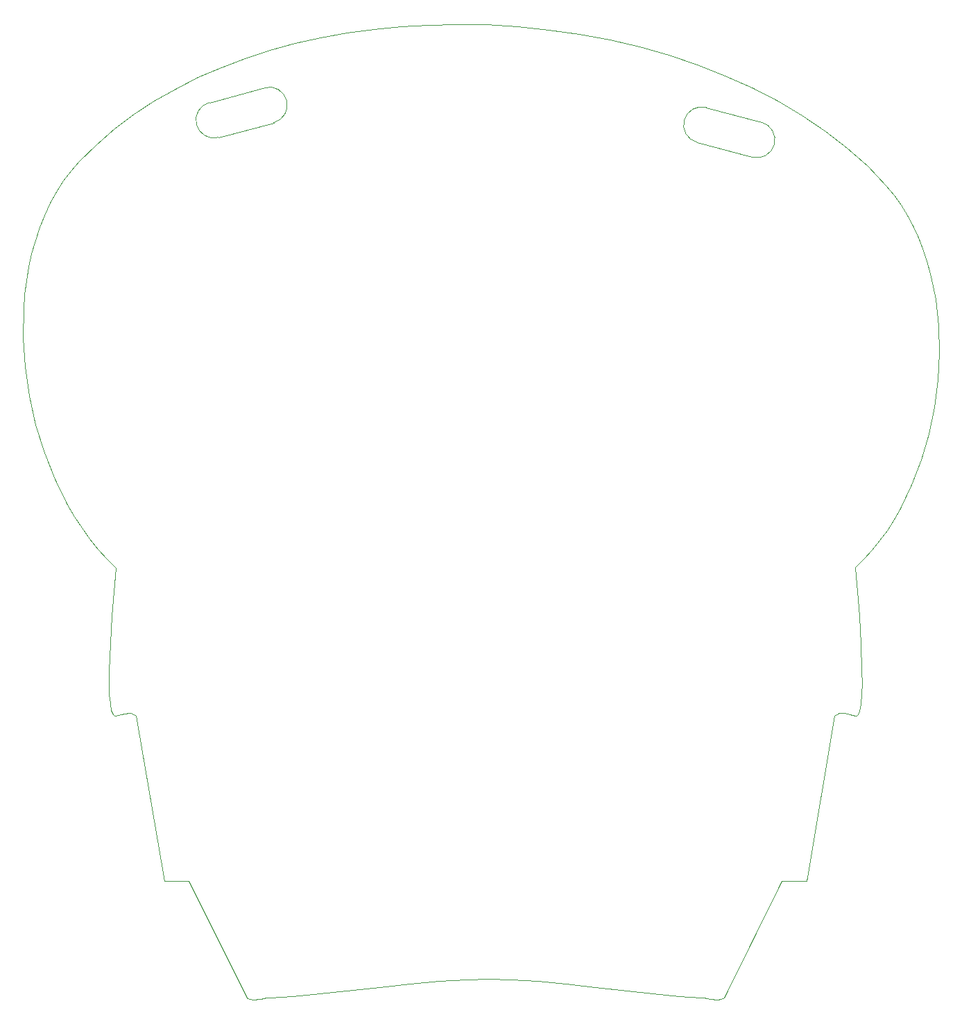
<source format=gbr>
%TF.GenerationSoftware,KiCad,Pcbnew,8.0.8*%
%TF.CreationDate,2025-02-28T01:54:00-06:00*%
%TF.ProjectId,B-Sides 2025,422d5369-6465-4732-9032-3032352e6b69,rev?*%
%TF.SameCoordinates,Original*%
%TF.FileFunction,Profile,NP*%
%FSLAX46Y46*%
G04 Gerber Fmt 4.6, Leading zero omitted, Abs format (unit mm)*
G04 Created by KiCad (PCBNEW 8.0.8) date 2025-02-28 01:54:00*
%MOMM*%
%LPD*%
G01*
G04 APERTURE LIST*
%TA.AperFunction,Profile*%
%ADD10C,0.020000*%
%TD*%
%TA.AperFunction,Profile*%
%ADD11C,0.050000*%
%TD*%
G04 APERTURE END LIST*
D10*
X108935761Y-36164466D02*
X112730310Y-36389613D01*
X116507927Y-36773764D01*
X120254622Y-37315981D01*
X123956403Y-38015322D01*
X127599280Y-38870851D01*
X131169261Y-39881625D01*
X134652356Y-41046707D01*
X138034572Y-42365156D01*
X141301919Y-43836034D01*
X144440407Y-45458401D01*
X147436043Y-47231317D01*
X150274836Y-49153843D01*
X152942796Y-51225039D01*
X155425932Y-53443966D01*
X157710252Y-55809685D01*
X158644905Y-56934550D01*
X159503670Y-58129430D01*
X160287346Y-59389455D01*
X160996730Y-60709754D01*
X161632621Y-62085455D01*
X162195816Y-63511687D01*
X162687114Y-64983579D01*
X163107313Y-66496260D01*
X163457210Y-68044859D01*
X163737605Y-69624504D01*
X164093078Y-72857449D01*
X164180116Y-76156126D01*
X164005104Y-79481566D01*
X163574426Y-82794798D01*
X162894468Y-86056855D01*
X161971614Y-89228766D01*
X160812249Y-92271562D01*
X160145870Y-93732364D01*
X159422757Y-95146274D01*
X158643709Y-96508420D01*
X157809524Y-97813931D01*
X156920999Y-99057937D01*
X155978934Y-100235566D01*
X154984125Y-101341947D01*
X153937371Y-102372208D01*
X153933236Y-102452820D01*
X154194116Y-105341021D01*
X154421854Y-108290265D01*
X154627024Y-111655374D01*
X154744050Y-114995677D01*
X154749017Y-116518816D01*
X154707357Y-117870502D01*
X154610874Y-118995650D01*
X154451371Y-119839177D01*
X154345425Y-120138118D01*
X154220650Y-120345998D01*
X154076022Y-120455930D01*
X153910516Y-120461030D01*
X153580609Y-120369030D01*
X153293302Y-120291212D01*
X153044491Y-120227163D01*
X152830072Y-120176475D01*
X152734478Y-120156013D01*
X152645943Y-120138737D01*
X152563955Y-120124596D01*
X152488000Y-120113539D01*
X152417566Y-120105514D01*
X152352140Y-120100470D01*
X152291208Y-120098357D01*
X152234259Y-120099122D01*
X152180778Y-120102714D01*
X152130254Y-120109083D01*
X152082172Y-120118176D01*
X152036021Y-120129943D01*
X151991288Y-120144332D01*
X151947458Y-120161293D01*
X151904021Y-120180773D01*
X151860461Y-120202722D01*
X151816268Y-120227088D01*
X151770927Y-120253820D01*
X151674753Y-120314178D01*
X151446069Y-120461030D01*
X148004929Y-140617936D01*
X144968423Y-140617936D01*
X137925446Y-154836701D01*
X137850332Y-154880132D01*
X137773643Y-154918361D01*
X137695458Y-154951626D01*
X137615853Y-154980169D01*
X137534908Y-155004230D01*
X137452699Y-155024048D01*
X137284804Y-155051917D01*
X137112792Y-155065697D01*
X136937285Y-155067309D01*
X136758908Y-155058673D01*
X136578283Y-155041710D01*
X136396034Y-155018341D01*
X136212784Y-154990485D01*
X135845774Y-154928999D01*
X135482240Y-154872616D01*
X135303334Y-154851140D01*
X135127168Y-154836701D01*
X132407117Y-154627806D01*
X129248392Y-154316473D01*
X122199115Y-153546039D01*
X118600658Y-153166710D01*
X115147720Y-152844486D01*
X111986349Y-152619254D01*
X109262593Y-152530900D01*
X106421265Y-152608884D01*
X103141934Y-152829252D01*
X99570770Y-153150846D01*
X95853943Y-153532509D01*
X88567973Y-154311412D01*
X85291169Y-154626337D01*
X82453378Y-154836701D01*
X82277187Y-154850727D01*
X82098263Y-154871897D01*
X81734708Y-154927943D01*
X81367695Y-154989386D01*
X81184447Y-155017302D01*
X81002203Y-155040772D01*
X80821586Y-155057865D01*
X80643217Y-155066649D01*
X80467719Y-155065193D01*
X80295716Y-155051565D01*
X80211219Y-155039583D01*
X80127830Y-155023834D01*
X80045625Y-155004075D01*
X79964683Y-154980067D01*
X79885081Y-154951566D01*
X79806898Y-154918333D01*
X79730212Y-154880125D01*
X79655099Y-154836701D01*
X72612119Y-140617936D01*
X69575612Y-140617936D01*
X66134474Y-120461030D01*
X65905810Y-120317705D01*
X65809626Y-120261170D01*
X65720074Y-120214765D01*
X65633056Y-120178527D01*
X65544471Y-120152492D01*
X65450219Y-120136693D01*
X65346202Y-120131168D01*
X65228319Y-120135951D01*
X65092472Y-120151077D01*
X64934559Y-120176582D01*
X64750483Y-120212501D01*
X64287438Y-120315725D01*
X63670542Y-120461030D01*
X63505257Y-120448419D01*
X63361089Y-120331929D01*
X63236996Y-120118398D01*
X63131938Y-119814666D01*
X62974764Y-118963948D01*
X62881240Y-117834485D01*
X62843043Y-116480986D01*
X62851845Y-114958160D01*
X62977148Y-111623359D01*
X63190546Y-108267754D01*
X63425435Y-105329016D01*
X63693271Y-102452820D01*
X63689646Y-102390809D01*
X63689249Y-102390496D01*
X63688843Y-102390208D01*
X63688430Y-102389941D01*
X63688011Y-102389691D01*
X63687586Y-102389454D01*
X63687158Y-102389227D01*
X63686294Y-102388789D01*
X63685429Y-102388345D01*
X63684999Y-102388112D01*
X63684572Y-102387867D01*
X63684150Y-102387605D01*
X63683734Y-102387324D01*
X63683325Y-102387020D01*
X63682923Y-102386689D01*
X62559961Y-101293165D01*
X61488925Y-100116423D01*
X60470970Y-98861838D01*
X59507251Y-97534789D01*
X58598924Y-96140652D01*
X57747144Y-94684803D01*
X56217846Y-91609477D01*
X54928599Y-88351825D01*
X53888646Y-84954862D01*
X53107229Y-81461600D01*
X52593591Y-77915054D01*
X52356973Y-74358237D01*
X52406618Y-70834164D01*
X52541678Y-69097848D01*
X52751769Y-67385847D01*
X53038047Y-65703540D01*
X53401667Y-64056302D01*
X53843785Y-62449509D01*
X54365555Y-60888540D01*
X54968134Y-59378771D01*
X55652676Y-57925577D01*
X56420336Y-56534337D01*
X57272271Y-55210426D01*
X58209635Y-53959222D01*
X59233583Y-52786101D01*
X61293324Y-50753696D01*
X63505817Y-48856234D01*
X65861454Y-47093069D01*
X68350623Y-45463556D01*
X70963716Y-43967050D01*
X73691122Y-42602905D01*
X76523232Y-41370474D01*
X79450435Y-40269113D01*
X82463123Y-39298177D01*
X85551685Y-38457018D01*
X88706512Y-37744993D01*
X91917994Y-37161455D01*
X95176520Y-36705758D01*
X98472482Y-36377258D01*
X101796269Y-36175308D01*
X105138272Y-36099263D01*
X108935761Y-36164466D01*
D11*
%TO.C,H1*%
X134621861Y-50520947D02*
X141364513Y-52327543D01*
X135778607Y-46279319D02*
X142521259Y-48085915D01*
X134621861Y-50520947D02*
G75*
G02*
X135778607Y-46279318I568954J2123383D01*
G01*
X142521259Y-48085915D02*
G75*
G02*
X141364513Y-52327544I-568954J-2123383D01*
G01*
%TO.C,H2*%
X81853342Y-43864183D02*
X75110736Y-45670949D01*
X82972384Y-48115913D02*
X76229778Y-49922679D01*
X76229778Y-49922679D02*
G75*
G02*
X75110736Y-45670949I-568958J2123381D01*
G01*
X81853342Y-43864183D02*
G75*
G02*
X82972384Y-48115913I568958J-2123381D01*
G01*
%TD*%
M02*

</source>
